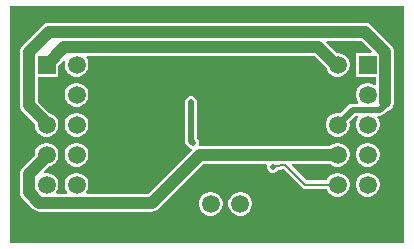
<source format=gbl>
G04*
G04 #@! TF.GenerationSoftware,Altium Limited,Altium Designer,24.5.2 (23)*
G04*
G04 Layer_Physical_Order=2*
G04 Layer_Color=16711680*
%FSLAX44Y44*%
%MOMM*%
G71*
G04*
G04 #@! TF.SameCoordinates,4DB7235B-6A34-4685-BFB2-834AB5D4ADCE*
G04*
G04*
G04 #@! TF.FilePolarity,Positive*
G04*
G01*
G75*
%ADD10C,0.2000*%
%ADD23C,0.5000*%
%ADD24R,1.5080X1.5080*%
%ADD25C,1.5080*%
%ADD26R,1.5080X1.5080*%
%ADD27C,0.5000*%
%ADD28C,1.0000*%
G36*
X1123390Y687630D02*
X789590D01*
Y888440D01*
X1123390D01*
Y687630D01*
D02*
G37*
%LPC*%
G36*
X1090636Y873823D02*
X822523D01*
X820555Y873564D01*
X818721Y872804D01*
X817146Y871596D01*
X800189Y854639D01*
X798980Y853064D01*
X798221Y851229D01*
X797962Y849261D01*
Y804253D01*
X798221Y802284D01*
X798980Y800450D01*
X800189Y798875D01*
X810567Y788497D01*
Y786471D01*
X811254Y783907D01*
X812581Y781609D01*
X814457Y779732D01*
X816756Y778405D01*
X819320Y777718D01*
X821974D01*
X824537Y778405D01*
X826836Y779732D01*
X828713Y781609D01*
X830040Y783907D01*
X830727Y786471D01*
Y789125D01*
X830040Y791689D01*
X828713Y793987D01*
X826836Y795864D01*
X824537Y797191D01*
X822961Y797613D01*
X813172Y807403D01*
Y828518D01*
X830727D01*
Y837923D01*
X835356Y842552D01*
X836494Y841895D01*
X835967Y839925D01*
Y837271D01*
X836654Y834707D01*
X837981Y832409D01*
X839857Y830532D01*
X842156Y829205D01*
X844720Y828518D01*
X847374D01*
X849937Y829205D01*
X852236Y830532D01*
X854113Y832409D01*
X855440Y834707D01*
X856127Y837271D01*
Y839925D01*
X855440Y842489D01*
X854113Y844787D01*
X854000Y844900D01*
X854486Y846073D01*
X1047508D01*
X1057298Y836284D01*
X1057720Y834707D01*
X1059047Y832409D01*
X1060924Y830532D01*
X1063223Y829205D01*
X1065786Y828518D01*
X1068440D01*
X1071004Y829205D01*
X1073303Y830532D01*
X1075179Y832409D01*
X1076506Y834707D01*
X1077193Y837271D01*
Y839925D01*
X1076506Y842489D01*
X1075179Y844787D01*
X1073303Y846664D01*
X1071004Y847991D01*
X1068440Y848678D01*
X1066414D01*
X1057652Y857440D01*
X1058138Y858613D01*
X1087486D01*
X1096248Y849851D01*
X1095762Y848678D01*
X1082433D01*
Y828518D01*
X1099988D01*
Y821638D01*
X1098815Y821152D01*
X1098702Y821264D01*
X1096404Y822591D01*
X1093840Y823278D01*
X1091186D01*
X1088623Y822591D01*
X1086324Y821264D01*
X1084447Y819387D01*
X1083120Y817089D01*
X1082433Y814525D01*
Y811871D01*
X1083120Y809307D01*
X1084447Y807009D01*
X1084646Y806810D01*
X1084160Y805637D01*
X1079813D01*
X1077847Y805246D01*
X1076180Y804132D01*
X1069612Y797564D01*
X1068440Y797878D01*
X1065786D01*
X1063223Y797191D01*
X1060924Y795864D01*
X1059047Y793987D01*
X1057720Y791689D01*
X1057033Y789125D01*
Y786471D01*
X1057720Y783907D01*
X1059047Y781609D01*
X1060924Y779732D01*
X1063223Y778405D01*
X1065786Y777718D01*
X1068440D01*
X1071004Y778405D01*
X1073303Y779732D01*
X1075179Y781609D01*
X1076506Y783907D01*
X1077193Y786471D01*
Y789125D01*
X1076879Y790297D01*
X1081942Y795359D01*
X1084160D01*
X1084646Y794186D01*
X1084447Y793987D01*
X1083120Y791689D01*
X1082433Y789125D01*
Y786471D01*
X1083120Y783907D01*
X1084447Y781609D01*
X1086324Y779732D01*
X1088623Y778405D01*
X1091186Y777718D01*
X1093840D01*
X1096404Y778405D01*
X1098702Y779732D01*
X1100579Y781609D01*
X1101906Y783907D01*
X1102593Y786471D01*
Y789125D01*
X1101906Y791689D01*
X1100579Y793987D01*
X1100380Y794186D01*
X1100867Y795359D01*
X1103012D01*
X1104978Y795751D01*
X1106646Y796864D01*
X1109361Y799579D01*
X1109562Y799606D01*
X1111396Y800366D01*
X1112971Y801574D01*
X1114179Y803149D01*
X1114939Y804984D01*
X1115198Y806952D01*
Y849261D01*
X1114939Y851229D01*
X1114180Y853064D01*
X1112971Y854639D01*
X1096014Y871596D01*
X1094439Y872804D01*
X1092605Y873564D01*
X1090636Y873823D01*
D02*
G37*
G36*
X847374Y823278D02*
X844720D01*
X842156Y822591D01*
X839857Y821264D01*
X837981Y819387D01*
X836654Y817089D01*
X835967Y814525D01*
Y811871D01*
X836654Y809307D01*
X837981Y807009D01*
X839857Y805132D01*
X842156Y803805D01*
X844720Y803118D01*
X847374D01*
X849937Y803805D01*
X852236Y805132D01*
X854113Y807009D01*
X855440Y809307D01*
X856127Y811871D01*
Y814525D01*
X855440Y817089D01*
X854113Y819387D01*
X852236Y821264D01*
X849937Y822591D01*
X847374Y823278D01*
D02*
G37*
G36*
Y797878D02*
X844720D01*
X842156Y797191D01*
X839857Y795864D01*
X837981Y793987D01*
X836654Y791689D01*
X835967Y789125D01*
Y786471D01*
X836654Y783907D01*
X837981Y781609D01*
X839857Y779732D01*
X842156Y778405D01*
X844720Y777718D01*
X847374D01*
X849937Y778405D01*
X852236Y779732D01*
X854113Y781609D01*
X855440Y783907D01*
X856127Y786471D01*
Y789125D01*
X855440Y791689D01*
X854113Y793987D01*
X852236Y795864D01*
X849937Y797191D01*
X847374Y797878D01*
D02*
G37*
G36*
X1093840Y772478D02*
X1091186D01*
X1088623Y771791D01*
X1086324Y770464D01*
X1084447Y768587D01*
X1083120Y766289D01*
X1082433Y763725D01*
Y761071D01*
X1083120Y758507D01*
X1084447Y756209D01*
X1086324Y754332D01*
X1088623Y753005D01*
X1091186Y752318D01*
X1093840D01*
X1096404Y753005D01*
X1098702Y754332D01*
X1100579Y756209D01*
X1101906Y758507D01*
X1102593Y761071D01*
Y763725D01*
X1101906Y766289D01*
X1100579Y768587D01*
X1098702Y770464D01*
X1096404Y771791D01*
X1093840Y772478D01*
D02*
G37*
G36*
X847374D02*
X844720D01*
X842156Y771791D01*
X839857Y770464D01*
X837981Y768587D01*
X836654Y766289D01*
X835967Y763725D01*
Y761071D01*
X836654Y758507D01*
X837981Y756209D01*
X839857Y754332D01*
X842156Y753005D01*
X844720Y752318D01*
X847374D01*
X849937Y753005D01*
X852236Y754332D01*
X854113Y756209D01*
X855440Y758507D01*
X856127Y761071D01*
Y763725D01*
X855440Y766289D01*
X854113Y768587D01*
X852236Y770464D01*
X849937Y771791D01*
X847374Y772478D01*
D02*
G37*
G36*
X942936Y812263D02*
X940969Y811872D01*
X939302Y810758D01*
X938803Y810010D01*
X938581Y809788D01*
X938460Y809498D01*
X938188Y809090D01*
X938093Y808610D01*
X937813Y807935D01*
Y807205D01*
X937797Y807124D01*
Y774382D01*
X938188Y772415D01*
X939302Y770748D01*
X941246Y768804D01*
X941667Y768523D01*
X942025Y768165D01*
X942493Y767972D01*
X942914Y767691D01*
X943183Y767637D01*
X943463Y767125D01*
X943567Y766225D01*
X906865Y729523D01*
X854486D01*
X854000Y730696D01*
X854113Y730809D01*
X855440Y733107D01*
X856127Y735671D01*
Y738325D01*
X855440Y740889D01*
X854113Y743187D01*
X852236Y745064D01*
X849937Y746391D01*
X847374Y747078D01*
X844720D01*
X842156Y746391D01*
X839857Y745064D01*
X837981Y743187D01*
X836654Y740889D01*
X835967Y738325D01*
Y735671D01*
X836654Y733107D01*
X837981Y730809D01*
X838093Y730696D01*
X837607Y729523D01*
X829086D01*
X828600Y730696D01*
X828713Y730809D01*
X830040Y733107D01*
X830727Y735671D01*
Y738325D01*
X830040Y740889D01*
X828713Y743187D01*
X826836Y745064D01*
X824537Y746391D01*
X821974Y747078D01*
X819320D01*
X819144Y747031D01*
X818509Y748131D01*
X822961Y752583D01*
X824537Y753005D01*
X826836Y754332D01*
X828713Y756209D01*
X830040Y758507D01*
X830727Y761071D01*
Y763725D01*
X830040Y766289D01*
X828713Y768587D01*
X826836Y770464D01*
X824537Y771791D01*
X821974Y772478D01*
X819320D01*
X816756Y771791D01*
X814457Y770464D01*
X812581Y768587D01*
X811254Y766289D01*
X810567Y763725D01*
Y761699D01*
X800189Y751321D01*
X798980Y749746D01*
X798221Y747912D01*
X797962Y745944D01*
Y730752D01*
X798221Y728783D01*
X798980Y726949D01*
X800189Y725374D01*
X809023Y716541D01*
X810598Y715332D01*
X812432Y714572D01*
X814400Y714313D01*
X910015D01*
X911983Y714572D01*
X913818Y715332D01*
X915393Y716541D01*
X953645Y754793D01*
X1006600D01*
X1007306Y753737D01*
X1007150Y753361D01*
Y751356D01*
X1007917Y749503D01*
X1009335Y748085D01*
X1011188Y747318D01*
X1013193D01*
X1015045Y748085D01*
X1016211Y749252D01*
X1017690D01*
X1019071Y749527D01*
X1020152Y750249D01*
X1021377D01*
X1037180Y734446D01*
X1038351Y733663D01*
X1039732Y733389D01*
X1057645D01*
X1057720Y733107D01*
X1059047Y730809D01*
X1060924Y728932D01*
X1063223Y727605D01*
X1065786Y726918D01*
X1068440D01*
X1071004Y727605D01*
X1073303Y728932D01*
X1075179Y730809D01*
X1076506Y733107D01*
X1077193Y735671D01*
Y738325D01*
X1076506Y740889D01*
X1075179Y743187D01*
X1073303Y745064D01*
X1071004Y746391D01*
X1068440Y747078D01*
X1065786D01*
X1063223Y746391D01*
X1060924Y745064D01*
X1059047Y743187D01*
X1057720Y740889D01*
X1057645Y740607D01*
X1041227D01*
X1028215Y753620D01*
X1028701Y754793D01*
X1060463D01*
X1060924Y754332D01*
X1063223Y753005D01*
X1065786Y752318D01*
X1068440D01*
X1071004Y753005D01*
X1073303Y754332D01*
X1075179Y756209D01*
X1076506Y758507D01*
X1077193Y761071D01*
Y763725D01*
X1076506Y766289D01*
X1075179Y768587D01*
X1073303Y770464D01*
X1071004Y771791D01*
X1068440Y772478D01*
X1065786D01*
X1063223Y771791D01*
X1060924Y770464D01*
X1060463Y770003D01*
X950731D01*
X950722Y770007D01*
X950126Y770572D01*
X949820Y771195D01*
X949920Y771435D01*
Y771942D01*
X950019Y772438D01*
X949920Y772934D01*
Y773440D01*
X949726Y773908D01*
X949628Y774405D01*
X949346Y774825D01*
X949153Y775293D01*
X948795Y775651D01*
X948514Y776072D01*
X948075Y776511D01*
Y807124D01*
X947684Y809090D01*
X946570Y810758D01*
X944902Y811872D01*
X942936Y812263D01*
D02*
G37*
G36*
X1093840Y747078D02*
X1091186D01*
X1088623Y746391D01*
X1086324Y745064D01*
X1084447Y743187D01*
X1083120Y740889D01*
X1082433Y738325D01*
Y735671D01*
X1083120Y733107D01*
X1084447Y730809D01*
X1086324Y728932D01*
X1088623Y727605D01*
X1091186Y726918D01*
X1093840D01*
X1096404Y727605D01*
X1098702Y728932D01*
X1100579Y730809D01*
X1101906Y733107D01*
X1102593Y735671D01*
Y738325D01*
X1101906Y740889D01*
X1100579Y743187D01*
X1098702Y745064D01*
X1096404Y746391D01*
X1093840Y747078D01*
D02*
G37*
G36*
X985965Y730878D02*
X983311D01*
X980747Y730191D01*
X978449Y728864D01*
X976572Y726987D01*
X975245Y724689D01*
X974558Y722125D01*
Y719471D01*
X975245Y716907D01*
X976572Y714609D01*
X978449Y712732D01*
X980747Y711405D01*
X983311Y710718D01*
X985965D01*
X988529Y711405D01*
X990827Y712732D01*
X992704Y714609D01*
X994031Y716907D01*
X994718Y719471D01*
Y722125D01*
X994031Y724689D01*
X992704Y726987D01*
X990827Y728864D01*
X988529Y730191D01*
X985965Y730878D01*
D02*
G37*
G36*
X960965D02*
X958311D01*
X955747Y730191D01*
X953449Y728864D01*
X951572Y726987D01*
X950245Y724689D01*
X949558Y722125D01*
Y719471D01*
X950245Y716907D01*
X951572Y714609D01*
X953449Y712732D01*
X955747Y711405D01*
X958311Y710718D01*
X960965D01*
X963529Y711405D01*
X965827Y712732D01*
X967704Y714609D01*
X969031Y716907D01*
X969718Y719471D01*
Y722125D01*
X969031Y724689D01*
X967704Y726987D01*
X965827Y728864D01*
X963529Y730191D01*
X960965Y730878D01*
D02*
G37*
%LPD*%
D10*
X1012190Y752358D02*
X1012693Y752861D01*
X1017690D02*
X1018687Y753858D01*
X1012693Y752861D02*
X1017690D01*
X1022872Y753858D02*
X1039732Y736998D01*
X1067113D01*
X1018687Y753858D02*
X1022872D01*
D23*
X1103012Y800498D02*
X1106932Y804418D01*
X1067113Y787798D02*
X1079813Y800498D01*
X1103012D01*
X942936Y774382D02*
X944880Y772438D01*
X942936Y774382D02*
Y807124D01*
D24*
X934638Y720798D02*
D03*
D25*
X959638D02*
D03*
X984638D02*
D03*
X1067113Y736998D02*
D03*
X1092513D02*
D03*
X1067113Y762398D02*
D03*
X1092513D02*
D03*
X1067113Y787798D02*
D03*
X1092513D02*
D03*
X1067113Y813198D02*
D03*
X1092513D02*
D03*
X1067113Y838598D02*
D03*
X846047Y736998D02*
D03*
X820647D02*
D03*
X846047Y762398D02*
D03*
X820647D02*
D03*
X846047Y787798D02*
D03*
X820647D02*
D03*
X846047Y813198D02*
D03*
X820647D02*
D03*
X846047Y838598D02*
D03*
D26*
X1092513D02*
D03*
X820647D02*
D03*
D27*
X944880Y772438D02*
D03*
X1012190Y752358D02*
D03*
X942853Y806933D02*
D03*
D28*
X1107593Y806952D02*
Y849261D01*
X822523Y866218D02*
X1090636D01*
X805567Y804253D02*
X820647Y789173D01*
Y787798D02*
Y789173D01*
X1090636Y866218D02*
X1107593Y849261D01*
X805567Y804253D02*
Y849261D01*
X822523Y866218D01*
X820647Y761023D02*
Y762398D01*
X805567Y745944D02*
X820647Y761023D01*
X805567Y730752D02*
Y745944D01*
Y730752D02*
X814400Y721918D01*
X910015D02*
X950495Y762398D01*
X1067113D01*
X814400Y721918D02*
X910015D01*
X835727Y853678D02*
X1050659D01*
X1065739Y838598D02*
X1067113D01*
X820647D02*
X835727Y853678D01*
X1050659D02*
X1065739Y838598D01*
M02*

</source>
